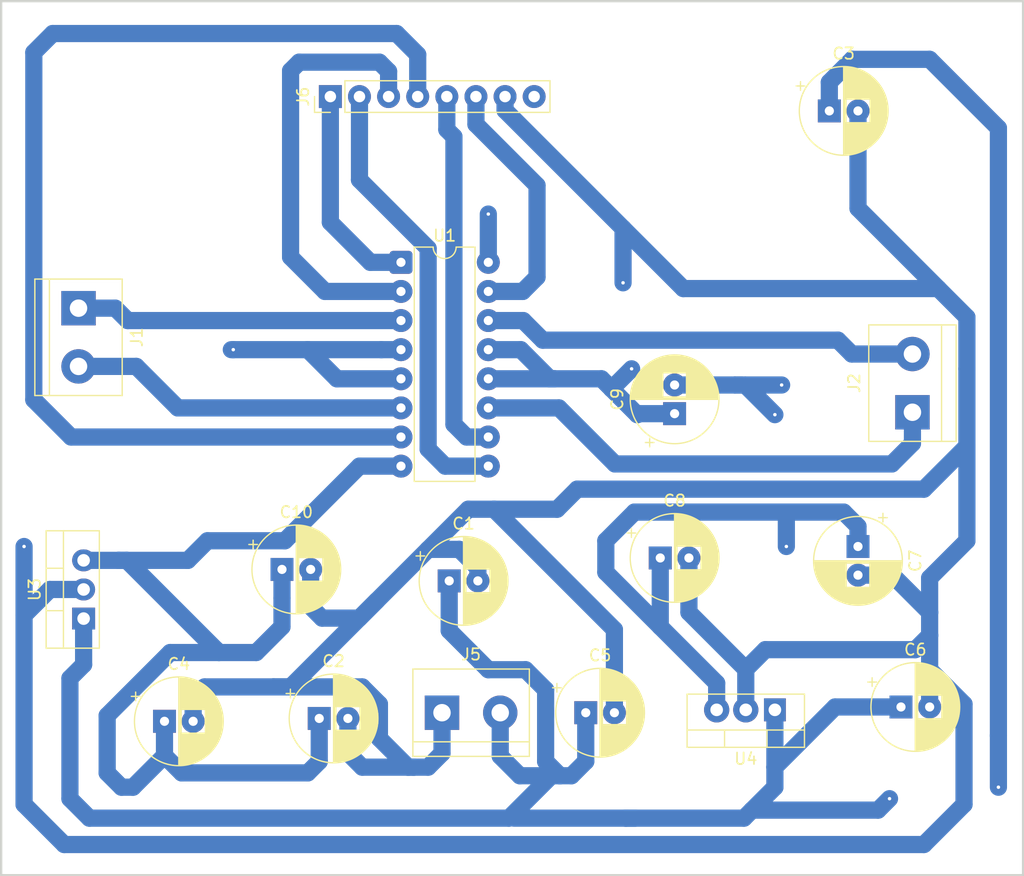
<source format=kicad_pcb>
(kicad_pcb (version 20241229) (generator "pcbnew") (generator_version "9.0")
  (layers (0 "F.Cu" signal) (2 "B.Cu" signal) (13 "F.Paste" user) (15 "B.Paste" user) (5 "F.SilkS" user "F.Silkscreen") (7 "B.SilkS" user "B.Silkscreen") (1 "F.Mask" user) (3 "B.Mask" user) (25 "Edge.Cuts" user))
  (net 0 "")
  (net 1 "OUT1")
  (net 2 "OUT2")
  (net 3 "OUT3")
  (net 4 "OUT4")
  (net 5 "9V")
  (net 6 "GND")
  (net 7 "6V")
  (net 8 "5V")
  (net 9 "ENTRADA B2")
  (net 10 "CONTROLE MOTOR B")
  (net 11 "ENTRADA A1")
  (net 12 "ENTRADA A2")
  (net 13 "ENTRADA B1")
  (net 14 "CONTROLE MOTOR A")
  (footprint "TerminalBlock:TerminalBlock_bornier-2_P5.08mm" (layer "F.Cu") (at 168.46 107.5)
    (property "Reference" "J5" (at 2.54 -5.08 0) (layer "F.SilkS"))
    (property "Value" "ALIMENTAÇÃO")
    (pad "1" thru_hole rect (at 0 0) (size 3 3) (drill 1.52) (layers "*.Cu" "*.Mask") (net 6 "GND"))
    (pad "2" thru_hole circle (at 5.08 0) (size 3 3) (drill 1.52) (layers "*.Cu" "*.Mask") (net 5 "9V"))
  )
  (footprint "Capacitor_THT:CP_Radial_D7.5mm_P2.50mm" (layer "F.Cu") (at 187.5 94)
    (property "Reference" "C8" (at 1.25 -5 0) (layer "F.SilkS"))
    (property "Value" "0,1uF")
    (pad "1" thru_hole rect (at 0 0) (size 2 2) (drill 0.8) (layers "*.Cu" "*.Mask") (net 8 "5V"))
    (pad "2" thru_hole circle (at 2.5 0) (size 2 2) (drill 0.8) (layers "*.Cu" "*.Mask") (net 6 "GND"))
  )
  (footprint "TerminalBlock:TerminalBlock_bornier-2_P5.08mm" (layer "F.Cu") (at 209.5 81.29 90)
    (property "Reference" "J2" (at 2.54 -5.08 90) (layer "F.SilkS"))
    (property "Value" "MOTOR B")
    (pad "1" thru_hole rect (at 0 0 90) (size 3 3) (drill 1.52) (layers "*.Cu" "*.Mask") (net 3 "OUT3"))
    (pad "2" thru_hole circle (at 5.08 0 90) (size 3 3) (drill 1.52) (layers "*.Cu" "*.Mask") (net 4 "OUT4"))
  )
  (footprint "TerminalBlock:TerminalBlock_bornier-2_P5.08mm" (layer "F.Cu") (at 136.75 72.21 -90)
    (property "Reference" "J1" (at 2.54 -5.08 90) (layer "F.SilkS"))
    (property "Value" "MOTOR A")
    (pad "1" thru_hole rect (at 0 0 270) (size 3 3) (drill 1.52) (layers "*.Cu" "*.Mask") (net 1 "OUT1"))
    (pad "2" thru_hole circle (at 5.08 0 270) (size 3 3) (drill 1.52) (layers "*.Cu" "*.Mask") (net 2 "OUT2"))
  )
  (footprint "Capacitor_THT:CP_Radial_D7.5mm_P2.50mm" (layer "F.Cu") (at 157.75 108)
    (property "Reference" "C2" (at 1.25 -5 0) (layer "F.SilkS"))
    (property "Value" "0,1uF")
    (pad "1" thru_hole rect (at 0 0) (size 2 2) (drill 0.8) (layers "*.Cu" "*.Mask") (net 7 "6V"))
    (pad "2" thru_hole circle (at 2.5 0) (size 2 2) (drill 0.8) (layers "*.Cu" "*.Mask") (net 6 "GND"))
  )
  (footprint "Connector_PinHeader_2.54mm:PinHeader_1x08_P2.54mm_Vertical" (layer "F.Cu") (at 158.72 53.75 90)
    (property "Reference" "J6" (at 0 -2.38 90) (layer "F.SilkS"))
    (property "Value" "CONEXAO PLACA A")
    (pad "1" thru_hole rect (at 0 0 90) (size 2 2) (drill 1) (layers "*.Cu" "*.Mask") (net 14 "CONTROLE MOTOR A"))
    (pad "2" thru_hole circle (at 0 2.54 90) (size 2 2) (drill 1) (layers "*.Cu" "*.Mask") (net 10 "CONTROLE MOTOR B"))
    (pad "3" thru_hole circle (at 0 5.08 90) (size 2 2) (drill 1) (layers "*.Cu" "*.Mask") (net 11 "ENTRADA A1"))
    (pad "4" thru_hole circle (at 0 7.62 90) (size 2 2) (drill 1) (layers "*.Cu" "*.Mask") (net 12 "ENTRADA A2"))
    (pad "5" thru_hole circle (at 0 10.16 90) (size 2 2) (drill 1) (layers "*.Cu" "*.Mask") (net 13 "ENTRADA B1"))
    (pad "6" thru_hole circle (at 0 12.7 90) (size 2 2) (drill 1) (layers "*.Cu" "*.Mask") (net 9 "ENTRADA B2"))
    (pad "7" thru_hole circle (at 0 15.24 90) (size 2 2) (drill 1) (layers "*.Cu" "*.Mask") (net 6 "GND"))
    (pad "8" thru_hole circle (at 0 17.78 90) (size 2 2) (drill 1) (layers "*.Cu" "*.Mask"))
  )
  (footprint "Capacitor_THT:CP_Radial_D7.5mm_P2.50mm" (layer "F.Cu") (at 202.25 55)
    (property "Reference" "C3" (at 1.25 -5 0) (layer "F.SilkS"))
    (property "Value" "220uF")
    (pad "1" thru_hole rect (at 0 0) (size 2 2) (drill 0.8) (layers "*.Cu" "*.Mask") (net 5 "9V"))
    (pad "2" thru_hole circle (at 2.5 0) (size 2 2) (drill 0.8) (layers "*.Cu" "*.Mask") (net 6 "GND"))
  )
  (footprint "Package_DIP:DIP-16_W7.62mm" (layer "F.Cu") (at 164.88 68.21)
    (property "Reference" "U1" (at 3.81 -2.33 0) (layer "F.SilkS"))
    (property "Value" "L293D")
    (pad "1" thru_hole roundrect (at 0 0) (size 2 2) (drill 0.8) (layers "*.Cu" "*.Mask") (roundrect_rratio 0.15625) (net 14 "CONTROLE MOTOR A"))
    (pad "2" thru_hole circle (at 0 2.54) (size 2 2) (drill 0.8) (layers "*.Cu" "*.Mask") (net 11 "ENTRADA A1"))
    (pad "3" thru_hole circle (at 0 5.08) (size 2 2) (drill 0.8) (layers "*.Cu" "*.Mask") (net 1 "OUT1"))
    (pad "4" thru_hole circle (at 0 7.62) (size 2 2) (drill 0.8) (layers "*.Cu" "*.Mask") (net 6 "GND"))
    (pad "5" thru_hole circle (at 0 10.16) (size 2 2) (drill 0.8) (layers "*.Cu" "*.Mask") (net 6 "GND"))
    (pad "6" thru_hole circle (at 0 12.7) (size 2 2) (drill 0.8) (layers "*.Cu" "*.Mask") (net 2 "OUT2"))
    (pad "7" thru_hole circle (at 0 15.24) (size 2 2) (drill 0.8) (layers "*.Cu" "*.Mask") (net 12 "ENTRADA A2"))
    (pad "8" thru_hole circle (at 0 17.78) (size 2 2) (drill 0.8) (layers "*.Cu" "*.Mask") (net 7 "6V"))
    (pad "9" thru_hole circle (at 7.62 17.78) (size 2 2) (drill 0.8) (layers "*.Cu" "*.Mask") (net 10 "CONTROLE MOTOR B"))
    (pad "10" thru_hole circle (at 7.62 15.24) (size 2 2) (drill 0.8) (layers "*.Cu" "*.Mask") (net 13 "ENTRADA B1"))
    (pad "11" thru_hole circle (at 7.62 12.7) (size 2 2) (drill 0.8) (layers "*.Cu" "*.Mask") (net 3 "OUT3"))
    (pad "12" thru_hole circle (at 7.62 10.16) (size 2 2) (drill 0.8) (layers "*.Cu" "*.Mask") (net 6 "GND"))
    (pad "13" thru_hole circle (at 7.62 7.62) (size 2 2) (drill 0.8) (layers "*.Cu" "*.Mask") (net 6 "GND"))
    (pad "14" thru_hole circle (at 7.62 5.08) (size 2 2) (drill 0.8) (layers "*.Cu" "*.Mask") (net 4 "OUT4"))
    (pad "15" thru_hole circle (at 7.62 2.54) (size 2 2) (drill 0.8) (layers "*.Cu" "*.Mask") (net 9 "ENTRADA B2"))
    (pad "16" thru_hole circle (at 7.62 0) (size 2 2) (drill 0.8) (layers "*.Cu" "*.Mask") (net 8 "5V"))
  )
  (footprint "Package_TO_SOT_THT:TO-220-3_Vertical" (layer "F.Cu") (at 197.5 107.25 180)
    (property "Reference" "U4" (at 2.54 -4.27 0) (layer "F.SilkS"))
    (property "Value" "LM7805_TO220")
    (pad "1" thru_hole rect (at 0 0 180) (size 1.905 2) (drill 1.1) (layers "*.Cu" "*.Mask") (net 5 "9V"))
    (pad "2" thru_hole oval (at 2.54 0 180) (size 2.2 2.2) (drill 1.1) (layers "*.Cu" "*.Mask") (net 6 "GND"))
    (pad "3" thru_hole oval (at 5.08 0 180) (size 2.2 2.2) (drill 1.1) (layers "*.Cu" "*.Mask") (net 8 "5V"))
  )
  (footprint "Capacitor_THT:CP_Radial_D7.5mm_P2.50mm" (layer "F.Cu") (at 144.25 108.25)
    (property "Reference" "C4" (at 1.25 -5 0) (layer "F.SilkS"))
    (property "Value" "1000uF")
    (pad "1" thru_hole rect (at 0 0) (size 2 2) (drill 0.8) (layers "*.Cu" "*.Mask") (net 7 "6V"))
    (pad "2" thru_hole circle (at 2.5 0) (size 2 2) (drill 0.8) (layers "*.Cu" "*.Mask") (net 6 "GND"))
  )
  (footprint "Capacitor_THT:CP_Radial_D7.5mm_P2.50mm" (layer "F.Cu") (at 208.5 107)
    (property "Reference" "C6" (at 1.25 -5 0) (layer "F.SilkS"))
    (property "Value" "10uF")
    (pad "1" thru_hole rect (at 0 0) (size 2 2) (drill 0.8) (layers "*.Cu" "*.Mask") (net 5 "9V"))
    (pad "2" thru_hole circle (at 2.5 0) (size 2 2) (drill 0.8) (layers "*.Cu" "*.Mask") (net 6 "GND"))
  )
  (footprint "Capacitor_THT:CP_Radial_D7.5mm_P2.50mm" (layer "F.Cu") (at 169.088606 96)
    (property "Reference" "C1" (at 1.25 -5 0) (layer "F.SilkS"))
    (property "Value" "0,33uF")
    (pad "1" thru_hole rect (at 0 0) (size 2 2) (drill 0.8) (layers "*.Cu" "*.Mask") (net 5 "9V"))
    (pad "2" thru_hole circle (at 2.5 0) (size 2 2) (drill 0.8) (layers "*.Cu" "*.Mask") (net 6 "GND"))
  )
  (footprint "Capacitor_THT:CP_Radial_D7.5mm_P2.50mm" (layer "F.Cu") (at 204.75 93 -90)
    (property "Reference" "C7" (at 1.25 -5 90) (layer "F.SilkS"))
    (property "Value" "10uF")
    (pad "1" thru_hole rect (at 0 0 270) (size 2 2) (drill 0.8) (layers "*.Cu" "*.Mask") (net 8 "5V"))
    (pad "2" thru_hole circle (at 2.5 0 270) (size 2 2) (drill 0.8) (layers "*.Cu" "*.Mask") (net 6 "GND"))
  )
  (footprint "Capacitor_THT:CP_Radial_D7.5mm_P2.50mm" (layer "F.Cu") (at 181 107.5)
    (property "Reference" "C5" (at 1.25 -5 0) (layer "F.SilkS"))
    (property "Value" "0,1uF")
    (pad "1" thru_hole rect (at 0 0) (size 2 2) (drill 0.8) (layers "*.Cu" "*.Mask") (net 5 "9V"))
    (pad "2" thru_hole circle (at 2.5 0) (size 2 2) (drill 0.8) (layers "*.Cu" "*.Mask") (net 6 "GND"))
  )
  (footprint "Package_TO_SOT_THT:TO-220-3_Vertical" (layer "F.Cu") (at 137.195 99.29 90)
    (property "Reference" "U3" (at 2.54 -4.27 90) (layer "F.SilkS"))
    (property "Value" "LM7806_TO220")
    (pad "1" thru_hole rect (at 0 0 90) (size 1.905 2) (drill 1.1) (layers "*.Cu" "*.Mask") (net 5 "9V"))
    (pad "2" thru_hole oval (at 2.54 0 90) (size 1.905 2) (drill 1.1) (layers "*.Cu" "*.Mask") (net 6 "GND"))
    (pad "3" thru_hole oval (at 5.08 0 90) (size 1.905 2) (drill 1.1) (layers "*.Cu" "*.Mask") (net 7 "6V"))
  )
  (footprint "Capacitor_THT:CP_Radial_D7.5mm_P2.50mm" (layer "F.Cu") (at 188.75 81.411395 90)
    (property "Reference" "C9" (at 1.25 -5 90) (layer "F.SilkS"))
    (property "Value" "0,1uF")
    (pad "1" thru_hole rect (at 0 0 90) (size 2 2) (drill 0.8) (layers "*.Cu" "*.Mask") (net 6 "GND"))
    (pad "2" thru_hole circle (at 2.5 0 90) (size 2 2) (drill 0.8) (layers "*.Cu" "*.Mask") (net 8 "5V"))
  )
  (footprint "Capacitor_THT:CP_Radial_D7.5mm_P2.50mm" (layer "F.Cu") (at 154.5 95)
    (property "Reference" "C10" (at 1.25 -5 0) (layer "F.SilkS"))
    (property "Value" "0,1uF")
    (pad "1" thru_hole rect (at 0 0) (size 2 2) (drill 0.8) (layers "*.Cu" "*.Mask") (net 7 "6V"))
    (pad "2" thru_hole circle (at 2.5 0) (size 2 2) (drill 0.8) (layers "*.Cu" "*.Mask") (net 6 "GND"))
  )
  (gr_rect (start 130 45.425) (end 219.15 121.675) (stroke (width 0.2)) (fill no) (layer "Edge.Cuts"))
  (segment (start 164.88 73.29) (end 141.04 73.29) (width 1.5) (layer "B.Cu") (net 1))
  (segment (start 141.04 73.29) (end 139.96 72.21) (width 1.5) (layer "B.Cu") (net 1))
  (segment (start 139.96 72.21) (end 136.75 72.21) (width 1.5) (layer "B.Cu") (net 1))
  (segment (start 141.79 77.29) (end 136.75 77.29) (width 1.5) (layer "B.Cu") (net 2))
  (segment (start 164.88 80.91) (end 145.41 80.91) (width 1.5) (layer "B.Cu") (net 2))
  (segment (start 145.41 80.91) (end 141.79 77.29) (width 1.5) (layer "B.Cu") (net 2))
  (segment (start 183.549 85.799) (end 207.701 85.799) (width 1.5) (layer "B.Cu") (net 3))
  (segment (start 209.5 84) (end 209.5 81.29) (width 1.5) (layer "B.Cu") (net 3))
  (segment (start 172.5 80.91) (end 178.66 80.91) (width 1.5) (layer "B.Cu") (net 3))
  (segment (start 178.66 80.91) (end 183.549 85.799) (width 1.5) (layer "B.Cu") (net 3))
  (segment (start 207.701 85.799) (end 209.5 84) (width 1.5) (layer "B.Cu") (net 3))
  (segment (start 209.5 76.21) (end 204.21 76.21) (width 1.5) (layer "B.Cu") (net 4))
  (segment (start 175.54 73.29) (end 172.5 73.29) (width 1.5) (layer "B.Cu") (net 4))
  (segment (start 203 75) (end 177.25 75) (width 1.5) (layer "B.Cu") (net 4))
  (segment (start 204.21 76.21) (end 203 75) (width 1.5) (layer "B.Cu") (net 4))
  (segment (start 177.25 75) (end 175.54 73.29) (width 1.5) (layer "B.Cu") (net 4))
  (via (at 207.5 115) (size 0.6) (drill 0.3) (layers "F.Cu" "B.Cu") (net 5))
  (via (at 217 114) (size 0.6) (drill 0.3) (layers "F.Cu" "B.Cu") (net 5))
  (segment (start 179.75 113) (end 181 111.75) (width 1.5) (layer "B.Cu") (net 5))
  (segment (start 178 113) (end 178.75 113) (width 1.5) (layer "B.Cu") (net 5))
  (segment (start 184.5 116.699) (end 174.75 116.699) (width 1.5) (layer "B.Cu") (net 5))
  (segment (start 208.5 107) (end 202.75 107) (width 1.5) (layer "B.Cu") (net 5))
  (segment (start 174.301 116.699) (end 178 113) (width 1.5) (layer "B.Cu") (net 5))
  (segment (start 194.801 116.699) (end 184.5 116.699) (width 1.5) (layer "B.Cu") (net 5))
  (segment (start 181 111.75) (end 181 107.5) (width 1.5) (layer "B.Cu") (net 5))
  (segment (start 202.75 107) (end 197.5 112.25) (width 1.5) (layer "B.Cu") (net 5))
  (segment (start 136 115) (end 137.699 116.699) (width 1.5) (layer "B.Cu") (net 5))
  (segment (start 184.5 116.699) (end 185.301 116.699) (width 1.5) (layer "B.Cu") (net 5))
  (segment (start 177.5 105.5) (end 177.5 111.75) (width 1.5) (layer "B.Cu") (net 5))
  (segment (start 175.75 103.75) (end 177.5 105.5) (width 1.5) (layer "B.Cu") (net 5))
  (segment (start 137.195 99.29) (end 137.195 103.305) (width 1.5) (layer "B.Cu") (net 5))
  (segment (start 137.699 116.699) (end 174.301 116.699) (width 1.5) (layer "B.Cu") (net 5))
  (segment (start 178.75 113) (end 179.75 113) (width 1.5) (layer "B.Cu") (net 5))
  (segment (start 195.5 116) (end 194.801 116.699) (width 1.5) (layer "B.Cu") (net 5))
  (segment (start 206.5 116) (end 207.5 115) (width 1.5) (layer "B.Cu") (net 5))
  (segment (start 173.54 107.5) (end 173.54 111.29) (width 1.5) (layer "B.Cu") (net 5))
  (segment (start 217 56.5) (end 217 109.5) (width 1.5) (layer "B.Cu") (net 5))
  (segment (start 202.25 52.5) (end 204.25 50.5) (width 1.5) (layer "B.Cu") (net 5))
  (segment (start 136 104.5) (end 136 115) (width 1.5) (layer "B.Cu") (net 5))
  (segment (start 172.5 103.75) (end 175.75 103.75) (width 1.5) (layer "B.Cu") (net 5))
  (segment (start 173.54 111.29) (end 175.25 113) (width 1.5) (layer "B.Cu") (net 5))
  (segment (start 169.088606 100.338606) (end 172.5 103.75) (width 1.5) (layer "B.Cu") (net 5))
  (segment (start 177.5 111.75) (end 178.75 113) (width 1.5) (layer "B.Cu") (net 5))
  (segment (start 197.5 107.25) (end 197.5 112.25) (width 1.5) (layer "B.Cu") (net 5))
  (segment (start 197.5 114) (end 195.5 116) (width 1.5) (layer "B.Cu") (net 5))
  (segment (start 202.25 55) (end 202.25 52.5) (width 1.5) (layer "B.Cu") (net 5))
  (segment (start 211 50.5) (end 217 56.5) (width 1.5) (layer "B.Cu") (net 5))
  (segment (start 137.195 103.305) (end 136 104.5) (width 1.5) (layer "B.Cu") (net 5))
  (segment (start 195.5 116) (end 206.5 116) (width 1.5) (layer "B.Cu") (net 5))
  (segment (start 204.25 50.5) (end 211 50.5) (width 1.5) (layer "B.Cu") (net 5))
  (segment (start 169.088606 96) (end 169.088606 100.338606) (width 1.5) (layer "B.Cu") (net 5))
  (segment (start 217 109.5) (end 217 114) (width 1.5) (layer "B.Cu") (net 5))
  (segment (start 175.25 113) (end 178 113) (width 1.5) (layer "B.Cu") (net 5))
  (segment (start 197.5 112.25) (end 197.5 114) (width 1.5) (layer "B.Cu") (net 5))
  (via (at 132 93) (size 0.6) (drill 0.3) (layers "F.Cu" "B.Cu") (net 6))
  (via (at 185 77.5) (size 0.6) (drill 0.3) (layers "F.Cu" "B.Cu") (net 6))
  (via (at 184.25396 69.99604) (size 0.6) (drill 0.3) (layers "F.Cu" "B.Cu") (net 6))
  (via (at 150.25 75.83) (size 0.6) (drill 0.3) (layers "F.Cu" "B.Cu") (net 6))
  (segment (start 194.96 103.71) (end 194.96 107.25) (width 1.5) (layer "B.Cu") (net 6))
  (segment (start 132 99) (end 132 115.5) (width 1.5) (layer "B.Cu") (net 6))
  (segment (start 164.88 78.37) (end 159.29 78.37) (width 1.5) (layer "B.Cu") (net 6))
  (segment (start 161.5 105.25) (end 163 106.75) (width 1.5) (layer "B.Cu") (net 6))
  (segment (start 190 98.75) (end 194.96 103.71) (width 1.5) (layer "B.Cu") (net 6))
  (segment (start 146.75 108.25) (end 146.75 106.25) (width 1.5) (layer "B.Cu") (net 6))
  (segment (start 214.25 77.5) (end 214.25 84.25) (width 1.5) (layer "B.Cu") (net 6))
  (segment (start 146.75 106.25) (end 147.75 105.25) (width 1.5) (layer "B.Cu") (net 6))
  (segment (start 162.75 97.75) (end 155.25 105.25) (width 1.5) (layer "B.Cu") (net 6))
  (segment (start 211 98.75) (end 207.75 95.5) (width 1.5) (layer "B.Cu") (net 6))
  (segment (start 169.969976 93.25) (end 167.25 93.25) (width 1.5) (layer "B.Cu") (net 6))
  (segment (start 166 112.25) (end 161.5 112.25) (width 1.5) (layer "B.Cu") (net 6))
  (segment (start 159.29 78.37) (end 156.75 75.83) (width 1.5) (layer "B.Cu") (net 6))
  (segment (start 185.5 81.5) (end 185.588605 81.411395) (width 1.5) (layer "B.Cu") (net 6))
  (segment (start 132 115.5) (end 135.5 119) (width 1.5) (layer "B.Cu") (net 6))
  (segment (start 211 103.75) (end 211 100.75) (width 1.5) (layer "B.Cu") (net 6))
  (segment (start 211 100.75) (end 209.75 102) (width 1.5) (layer "B.Cu") (net 6))
  (segment (start 135.5 119) (end 210.5 119) (width 1.5) (layer "B.Cu") (net 6))
  (segment (start 180.25 88) (end 178.5 89.75) (width 1.5) (layer "B.Cu") (net 6))
  (segment (start 168.46 107.5) (end 168.46 111.04) (width 1.5) (layer "B.Cu") (net 6))
  (segment (start 214 115.5) (end 214 106.75) (width 1.5) (layer "B.Cu") (net 6))
  (segment (start 161.5 112.25) (end 160.25 111) (width 1.5) (layer "B.Cu") (net 6))
  (segment (start 134.25 96.75) (end 132 99) (width 1.5) (layer "B.Cu") (net 6))
  (segment (start 161.25 99.25) (end 162.75 97.75) (width 1.5) (layer "B.Cu") (net 6))
  (segment (start 183.25 79.25) (end 185.5 81.5) (width 1.5) (layer "B.Cu") (net 6))
  (segment (start 173 89.75) (end 170.75 89.75) (width 1.5) (layer "B.Cu") (net 6))
  (segment (start 211.75 70.5) (end 214.25 73) (width 1.5) (layer "B.Cu") (net 6))
  (segment (start 178.25 78.37) (end 182.37 78.37) (width 1.5) (layer "B.Cu") (net 6))
  (segment (start 177.87 78.37) (end 178.25 78.37) (width 1.5) (layer "B.Cu") (net 6))
  (segment (start 158 99.25) (end 161.25 99.25) (width 1.5) (layer "B.Cu") (net 6))
  (segment (start 204.75 55) (end 204.75 63.5) (width 1.5) (layer "B.Cu") (net 6))
  (segment (start 210.5 119) (end 214 115.5) (width 1.5) (layer "B.Cu") (net 6))
  (segment (start 170.75 89.75) (end 167.25 93.25) (width 1.5) (layer "B.Cu") (net 6))
  (segment (start 155.25 105.25) (end 153.75 105.25) (width 1.5) (layer "B.Cu") (net 6))
  (segment (start 210.5 88) (end 180.25 88) (width 1.5) (layer "B.Cu") (net 6))
  (segment (start 183.5 100.25) (end 173 89.75) (width 1.5) (layer "B.Cu") (net 6))
  (segment (start 160.25 111) (end 160.25 108) (width 1.5) (layer "B.Cu") (net 6))
  (segment (start 211 100.75) (end 211 98.75) (width 1.5) (layer "B.Cu") (net 6))
  (segment (start 163 109.75) (end 165.5 112.25) (width 1.5) (layer "B.Cu") (net 6))
  (segment (start 165.5 112.25) (end 166 112.25) (width 1.5) (layer "B.Cu") (net 6))
  (segment (start 204.75 63.5) (end 211.75 70.5) (width 1.5) (layer "B.Cu") (net 6))
  (segment (start 167.25 112.25) (end 166 112.25) (width 1.5) (layer "B.Cu") (net 6))
  (segment (start 209.75 102) (end 196.67 102) (width 1.5) (layer "B.Cu") (net 6))
  (segment (start 214 106.75) (end 211 103.75) (width 1.5) (layer "B.Cu") (net 6))
  (segment (start 214.25 92.5) (end 211 95.75) (width 1.5) (layer "B.Cu") (net 6))
  (segment (start 211 107) (end 211 103.75) (width 1.5) (layer "B.Cu") (net 6))
  (segment (start 214.25 84.25) (end 210.5 88) (width 1.5) (layer "B.Cu") (net 6))
  (segment (start 183.25 79.25) (end 185 77.5) (width 1.5) (layer "B.Cu") (net 6))
  (segment (start 185.588605 81.411395) (end 188.75 81.411395) (width 1.5) (layer "B.Cu") (net 6))
  (segment (start 167.25 93.25) (end 162.75 97.75) (width 1.5) (layer "B.Cu") (net 6))
  (segment (start 184.25396 65.24604) (end 184.25396 69.99604) (width 1.5) (layer "B.Cu") (net 6))
  (segment (start 190 94) (end 190 98.75) (width 1.5) (layer "B.Cu") (net 6))
  (segment (start 184.25396 65.24604) (end 189.507919 70.5) (width 1.5) (layer "B.Cu") (net 6))
  (segment (start 183.5 107.5) (end 183.5 100.25) (width 1.5) (layer "B.Cu") (net 6))
  (segment (start 178.5 89.75) (end 173 89.75) (width 1.5) (layer "B.Cu") (net 6))
  (segment (start 196.67 102) (end 194.96 103.71) (width 1.5) (layer "B.Cu") (net 6))
  (segment (start 132 99) (end 132 93) (width 1.5) (layer "B.Cu") (net 6))
  (segment (start 147.75 105.25) (end 153.75 105.25) (width 1.5) (layer "B.Cu") (net 6))
  (segment (start 214.25 84.25) (end 214.25 92.5) (width 1.5) (layer "B.Cu") (net 6))
  (segment (start 163.17 75.83) (end 156.75 75.83) (width 1.5) (layer "B.Cu") (net 6))
  (segment (start 173.96 54.952081) (end 184.25396 65.24604) (width 1.5) (layer "B.Cu") (net 6))
  (segment (start 153.75 105.25) (end 160.25 105.25) (width 1.5) (layer "B.Cu") (net 6))
  (segment (start 164.88 75.83) (end 163.17 75.83) (width 1.5) (layer "B.Cu") (net 6))
  (segment (start 173.96 53.75) (end 173.96 54.952081) (width 1.5) (layer "B.Cu") (net 6))
  (segment (start 157 98.25) (end 158 99.25) (width 1.5) (layer "B.Cu") (net 6))
  (segment (start 150.25 75.83) (end 150.08 75.83) (width 1.5) (layer "B.Cu") (net 6))
  (segment (start 156.75 75.83) (end 150.25 75.83) (width 1.5) (layer "B.Cu") (net 6))
  (segment (start 160.25 105.25) (end 161.5 105.25) (width 1.5) (layer "B.Cu") (net 6))
  (segment (start 175.33 75.83) (end 177.87 78.37) (width 1.5) (layer "B.Cu") (net 6))
  (segment (start 172.5 78.37) (end 178.25 78.37) (width 1.5) (layer "B.Cu") (net 6))
  (segment (start 214.25 73) (end 214.25 77.5) (width 1.5) (layer "B.Cu") (net 6))
  (segment (start 163 106.75) (end 163 109.75) (width 1.5) (layer "B.Cu") (net 6))
  (segment (start 172.5 75.83) (end 175.33 75.83) (width 1.5) (layer "B.Cu") (net 6))
  (segment (start 211 95.75) (end 211 98.75) (width 1.5) (layer "B.Cu") (net 6))
  (segment (start 171.588606 96) (end 171.588606 94.86863) (width 1.5) (layer "B.Cu") (net 6))
  (segment (start 168.46 111.04) (end 167.25 112.25) (width 1.5) (layer "B.Cu") (net 6))
  (segment (start 207.75 95.5) (end 204.75 95.5) (width 1.5) (layer "B.Cu") (net 6))
  (segment (start 171.588606 94.86863) (end 169.969976 93.25) (width 1.5) (layer "B.Cu") (net 6))
  (segment (start 189.507919 70.5) (end 211.75 70.5) (width 1.5) (layer "B.Cu") (net 6))
  (segment (start 137.195 96.75) (end 134.25 96.75) (width 1.5) (layer "B.Cu") (net 6))
  (segment (start 157 95) (end 157 98.25) (width 1.5) (layer "B.Cu") (net 6))
  (segment (start 182.37 78.37) (end 183.25 79.25) (width 1.5) (layer "B.Cu") (net 6))
  (segment (start 139.25 107.75) (end 139.25 112.75) (width 1.5) (layer "B.Cu") (net 7))
  (segment (start 148 92.5) (end 146.29 94.21) (width 1.5) (layer "B.Cu") (net 7))
  (segment (start 140.96 94.21) (end 148.75 102) (width 1.5) (layer "B.Cu") (net 7))
  (segment (start 144.25 111.25) (end 144.25 108.25) (width 1.5) (layer "B.Cu") (net 7))
  (segment (start 154.5 97.5) (end 154.5 100) (width 1.5) (layer "B.Cu") (net 7))
  (segment (start 164.88 85.99) (end 161.26 85.99) (width 1.5) (layer "B.Cu") (net 7))
  (segment (start 149 102.25) (end 144.75 102.25) (width 1.5) (layer "B.Cu") (net 7))
  (segment (start 154.75 92.5) (end 148 92.5) (width 1.5) (layer "B.Cu") (net 7))
  (segment (start 141.5 114) (end 144.25 111.25) (width 1.5) (layer "B.Cu") (net 7))
  (segment (start 145.75 112.75) (end 144.25 111.25) (width 1.5) (layer "B.Cu") (net 7))
  (segment (start 157.75 111.75) (end 156.75 112.75) (width 1.5) (layer "B.Cu") (net 7))
  (segment (start 152.25 102.25) (end 149 102.25) (width 1.5) (layer "B.Cu") (net 7))
  (segment (start 157.75 108) (end 157.75 111.75) (width 1.5) (layer "B.Cu") (net 7))
  (segment (start 140.25 94.21) (end 140.96 94.21) (width 1.5) (layer "B.Cu") (net 7))
  (segment (start 140.5 114) (end 141.5 114) (width 1.5) (layer "B.Cu") (net 7))
  (segment (start 161.26 85.99) (end 154.75 92.5) (width 1.5) (layer "B.Cu") (net 7))
  (segment (start 146.29 94.21) (end 140.25 94.21) (width 1.5) (layer "B.Cu") (net 7))
  (segment (start 154.5 100) (end 152.25 102.25) (width 1.5) (layer "B.Cu") (net 7))
  (segment (start 156.75 112.75) (end 145.75 112.75) (width 1.5) (layer "B.Cu") (net 7))
  (segment (start 139.25 112.75) (end 140.5 114) (width 1.5) (layer "B.Cu") (net 7))
  (segment (start 148.75 102) (end 149 102.25) (width 1.5) (layer "B.Cu") (net 7))
  (segment (start 144.75 102.25) (end 139.25 107.75) (width 1.5) (layer "B.Cu") (net 7))
  (segment (start 137.195 94.21) (end 140.25 94.21) (width 1.5) (layer "B.Cu") (net 7))
  (segment (start 154.5 95) (end 154.5 97.5) (width 1.5) (layer "B.Cu") (net 7))
  (via (at 197.5 81.5) (size 0.6) (drill 0.3) (layers "F.Cu" "B.Cu") (net 8))
  (via (at 198.5 93) (size 0.6) (drill 0.3) (layers "F.Cu" "B.Cu") (net 8))
  (via (at 172.5 64) (size 0.6) (drill 0.3) (layers "F.Cu" "B.Cu") (net 8))
  (via (at 198.088605 78.911395) (size 0.6) (drill 0.3) (layers "F.Cu" "B.Cu") (net 8))
  (segment (start 188.75 78.911395) (end 194 78.911395) (width 1.5) (layer "B.Cu") (net 8))
  (segment (start 182.75 92.5) (end 182.75 95.25) (width 1.5) (layer "B.Cu") (net 8))
  (segment (start 185.25 90) (end 182.75 92.5) (width 1.5) (layer "B.Cu") (net 8))
  (segment (start 172.5 68.21) (end 172.5 64) (width 1.5) (layer "B.Cu") (net 8))
  (segment (start 182.75 95.25) (end 187.5 100) (width 1.5) (layer "B.Cu") (net 8))
  (segment (start 198.5 90) (end 185.25 90) (width 1.5) (layer "B.Cu") (net 8))
  (segment (start 194 78.911395) (end 198.088605 78.911395) (width 1.5) (layer "B.Cu") (net 8))
  (segment (start 204.75 93) (end 204.75 91.25) (width 1.5) (layer "B.Cu") (net 8))
  (segment (start 203.5 90) (end 198.5 90) (width 1.5) (layer "B.Cu") (net 8))
  (segment (start 187.5 100) (end 187.5 94) (width 1.5) (layer "B.Cu") (net 8))
  (segment (start 204.75 91.25) (end 203.5 90) (width 1.5) (layer "B.Cu") (net 8))
  (segment (start 194.911395 78.911395) (end 197.5 81.5) (width 1.5) (layer "B.Cu") (net 8))
  (segment (start 198.5 90) (end 198.5 93) (width 1.5) (layer "B.Cu") (net 8))
  (segment (start 194 78.911395) (end 194.661395 78.911395) (width 1.5) (layer "B.Cu") (net 8))
  (segment (start 192.42 104.92) (end 187.5 100) (width 1.5) (layer "B.Cu") (net 8))
  (segment (start 192.42 107.25) (end 192.42 104.92) (width 1.5) (layer "B.Cu") (net 8))
  (segment (start 171.42 53.75) (end 171.42 56.17) (width 1.5) (layer "B.Cu") (net 9))
  (segment (start 175.5 70.75) (end 172.5 70.75) (width 1.5) (layer "B.Cu") (net 9))
  (segment (start 171.42 56.17) (end 176.75 61.5) (width 1.5) (layer "B.Cu") (net 9))
  (segment (start 176.75 69.5) (end 175.5 70.75) (width 1.5) (layer "B.Cu") (net 9))
  (segment (start 176.75 61.5) (end 176.75 69.5) (width 1.5) (layer "B.Cu") (net 9))
  (segment (start 167.25 84.5) (end 168.74 85.99) (width 1.5) (layer "B.Cu") (net 10))
  (segment (start 161.26 53.75) (end 161.26 61.01) (width 1.5) (layer "B.Cu") (net 10))
  (segment (start 161.26 61.01) (end 167.25 67) (width 1.5) (layer "B.Cu") (net 10))
  (segment (start 168.74 85.99) (end 172.5 85.99) (width 1.5) (layer "B.Cu") (net 10))
  (segment (start 167.25 67) (end 167.25 84.5) (width 1.5) (layer "B.Cu") (net 10))
  (segment (start 163.8 53.75) (end 163.8 51.55) (width 1.5) (layer "B.Cu") (net 11))
  (segment (start 156 50.75) (end 155.25 51.5) (width 1.5) (layer "B.Cu") (net 11))
  (segment (start 163.8 51.55) (end 163 50.75) (width 1.5) (layer "B.Cu") (net 11))
  (segment (start 158.25 70.75) (end 164.88 70.75) (width 1.5) (layer "B.Cu") (net 11))
  (segment (start 155.25 51.5) (end 155.25 67.75) (width 1.5) (layer "B.Cu") (net 11))
  (segment (start 163 50.75) (end 156 50.75) (width 1.5) (layer "B.Cu") (net 11))
  (segment (start 155.25 67.75) (end 158.25 70.75) (width 1.5) (layer "B.Cu") (net 11))
  (segment (start 136.1 83.45) (end 164.88 83.45) (width 1.5) (layer "B.Cu") (net 12))
  (segment (start 166.34 50.09) (end 164.5 48.25) (width 1.5) (layer "B.Cu") (net 12))
  (segment (start 166.34 53.75) (end 166.34 50.09) (width 1.5) (layer "B.Cu") (net 12))
  (segment (start 132.85 49.9) (end 132.85 80.2) (width 1.5) (layer "B.Cu") (net 12))
  (segment (start 164.5 48.25) (end 134.5 48.25) (width 1.5) (layer "B.Cu") (net 12))
  (segment (start 134.5 48.25) (end 132.85 49.9) (width 1.5) (layer "B.Cu") (net 12))
  (segment (start 132.85 80.2) (end 136.1 83.45) (width 1.5) (layer "B.Cu") (net 12))
  (segment (start 169.5 82.344422) (end 169.5 57.25) (width 1.5) (layer "B.Cu") (net 13))
  (segment (start 168.88 53.75) (end 169 53.87) (width 1.5) (layer "B.Cu") (net 13))
  (segment (start 168.88 56.63) (end 168.88 53.75) (width 1.5) (layer "B.Cu") (net 13))
  (segment (start 170.605578 83.45) (end 169.5 82.344422) (width 1.5) (layer "B.Cu") (net 13))
  (segment (start 172.5 83.45) (end 170.605578 83.45) (width 1.5) (layer "B.Cu") (net 13))
  (segment (start 169.5 57.25) (end 168.88 56.63) (width 1.5) (layer "B.Cu") (net 13))
  (segment (start 158.72 64.72) (end 162.21 68.21) (width 1.5) (layer "B.Cu") (net 14))
  (segment (start 162.21 68.21) (end 164.88 68.21) (width 1.5) (layer "B.Cu") (net 14))
  (segment (start 158.72 53.75) (end 158.72 64.72) (width 1.5) (layer "B.Cu") (net 14))
)
</source>
